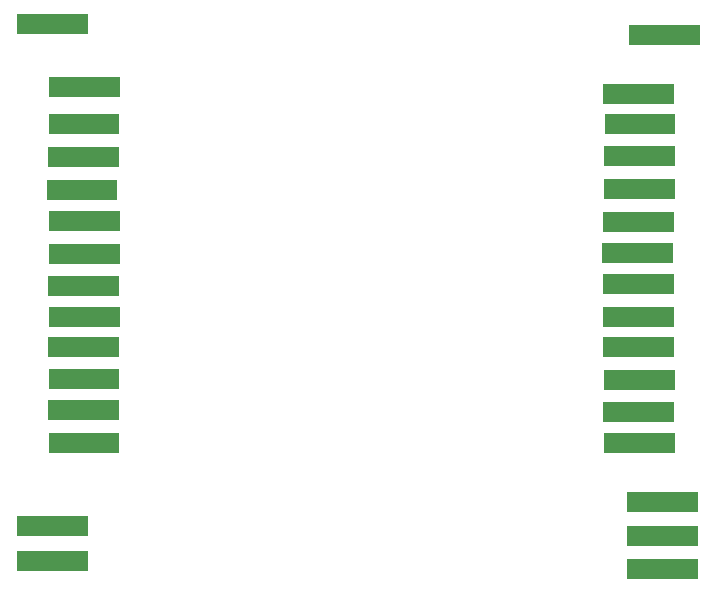
<source format=gbr>
G04 #@! TF.FileFunction,Soldermask,Bot*
%FSLAX46Y46*%
G04 Gerber Fmt 4.6, Leading zero omitted, Abs format (unit mm)*
G04 Created by KiCad (PCBNEW 4.0.6) date 05/07/17 20:58:39*
%MOMM*%
%LPD*%
G01*
G04 APERTURE LIST*
%ADD10C,0.100000*%
%ADD11C,1.500000*%
%ADD12R,1.035000X1.670000*%
G04 APERTURE END LIST*
D10*
D11*
X203057700Y-116728300D03*
D12*
X203438700Y-116728300D03*
X204073700Y-116728300D03*
X202803700Y-116728300D03*
X202168700Y-116728300D03*
X201533700Y-116728300D03*
X204670600Y-116728300D03*
X205267500Y-116728300D03*
X200911400Y-116728300D03*
X200289100Y-116728300D03*
D11*
X205013500Y-124602300D03*
D12*
X205394500Y-124602300D03*
X206029500Y-124602300D03*
X204759500Y-124602300D03*
X204124500Y-124602300D03*
X203489500Y-124602300D03*
X206626400Y-124602300D03*
X207223300Y-124602300D03*
X202867200Y-124602300D03*
X202244900Y-124602300D03*
D11*
X156042300Y-116677500D03*
D12*
X156423300Y-116677500D03*
X157058300Y-116677500D03*
X155788300Y-116677500D03*
X155153300Y-116677500D03*
X154518300Y-116677500D03*
X157655200Y-116677500D03*
X158252100Y-116677500D03*
X153896000Y-116677500D03*
X153273700Y-116677500D03*
D11*
X153375300Y-126685100D03*
D12*
X153756300Y-126685100D03*
X154391300Y-126685100D03*
X153121300Y-126685100D03*
X152486300Y-126685100D03*
X151851300Y-126685100D03*
X154988200Y-126685100D03*
X155585100Y-126685100D03*
X151229000Y-126685100D03*
X150606700Y-126685100D03*
D11*
X202981500Y-103240900D03*
D12*
X203362500Y-103240900D03*
X203997500Y-103240900D03*
X202727500Y-103240900D03*
X202092500Y-103240900D03*
X201457500Y-103240900D03*
X204594400Y-103240900D03*
X205191300Y-103240900D03*
X200835200Y-103240900D03*
X200212900Y-103240900D03*
D11*
X202879900Y-100624700D03*
D12*
X203260900Y-100624700D03*
X203895900Y-100624700D03*
X202625900Y-100624700D03*
X201990900Y-100624700D03*
X201355900Y-100624700D03*
X204492800Y-100624700D03*
X205089700Y-100624700D03*
X200733600Y-100624700D03*
X200111300Y-100624700D03*
D11*
X156067700Y-100700900D03*
D12*
X156448700Y-100700900D03*
X157083700Y-100700900D03*
X155813700Y-100700900D03*
X155178700Y-100700900D03*
X154543700Y-100700900D03*
X157680600Y-100700900D03*
X158277500Y-100700900D03*
X153921400Y-100700900D03*
X153299100Y-100700900D03*
D11*
X202981500Y-97983100D03*
D12*
X203362500Y-97983100D03*
X203997500Y-97983100D03*
X202727500Y-97983100D03*
X202092500Y-97983100D03*
X201457500Y-97983100D03*
X204594400Y-97983100D03*
X205191300Y-97983100D03*
X200835200Y-97983100D03*
X200212900Y-97983100D03*
D11*
X156093100Y-97932300D03*
D12*
X156474100Y-97932300D03*
X157109100Y-97932300D03*
X155839100Y-97932300D03*
X155204100Y-97932300D03*
X154569100Y-97932300D03*
X157706000Y-97932300D03*
X158302900Y-97932300D03*
X153946800Y-97932300D03*
X153324500Y-97932300D03*
D11*
X203006900Y-114112100D03*
D12*
X203387900Y-114112100D03*
X204022900Y-114112100D03*
X202752900Y-114112100D03*
X202117900Y-114112100D03*
X201482900Y-114112100D03*
X204619800Y-114112100D03*
X205216700Y-114112100D03*
X200860600Y-114112100D03*
X200238300Y-114112100D03*
D11*
X203057700Y-92395100D03*
D12*
X203438700Y-92395100D03*
X204073700Y-92395100D03*
X202803700Y-92395100D03*
X202168700Y-92395100D03*
X201533700Y-92395100D03*
X204670600Y-92395100D03*
X205267500Y-92395100D03*
X200911400Y-92395100D03*
X200289100Y-92395100D03*
D11*
X156016900Y-92496700D03*
D12*
X156397900Y-92496700D03*
X157032900Y-92496700D03*
X155762900Y-92496700D03*
X155127900Y-92496700D03*
X154492900Y-92496700D03*
X157629800Y-92496700D03*
X158226700Y-92496700D03*
X153870600Y-92496700D03*
X153248300Y-92496700D03*
D11*
X202981500Y-108600300D03*
D12*
X203362500Y-108600300D03*
X203997500Y-108600300D03*
X202727500Y-108600300D03*
X202092500Y-108600300D03*
X201457500Y-108600300D03*
X204594400Y-108600300D03*
X205191300Y-108600300D03*
X200835200Y-108600300D03*
X200212900Y-108600300D03*
D11*
X155966100Y-108600300D03*
D12*
X156347100Y-108600300D03*
X156982100Y-108600300D03*
X155712100Y-108600300D03*
X155077100Y-108600300D03*
X154442100Y-108600300D03*
X157579000Y-108600300D03*
X158175900Y-108600300D03*
X153819800Y-108600300D03*
X153197500Y-108600300D03*
D11*
X205038900Y-121655900D03*
D12*
X205419900Y-121655900D03*
X206054900Y-121655900D03*
X204784900Y-121655900D03*
X204149900Y-121655900D03*
X203514900Y-121655900D03*
X206651800Y-121655900D03*
X207248700Y-121655900D03*
X202892600Y-121655900D03*
X202270300Y-121655900D03*
D11*
X205165900Y-82133500D03*
D12*
X205546900Y-82133500D03*
X206181900Y-82133500D03*
X204911900Y-82133500D03*
X204276900Y-82133500D03*
X203641900Y-82133500D03*
X206778800Y-82133500D03*
X207375700Y-82133500D03*
X203019600Y-82133500D03*
X202397300Y-82133500D03*
D11*
X153375300Y-123764100D03*
D12*
X153756300Y-123764100D03*
X154391300Y-123764100D03*
X153121300Y-123764100D03*
X152486300Y-123764100D03*
X151851300Y-123764100D03*
X154988200Y-123764100D03*
X155585100Y-123764100D03*
X151229000Y-123764100D03*
X150606700Y-123764100D03*
D11*
X153400700Y-81219100D03*
D12*
X153781700Y-81219100D03*
X154416700Y-81219100D03*
X153146700Y-81219100D03*
X152511700Y-81219100D03*
X151876700Y-81219100D03*
X155013600Y-81219100D03*
X155610500Y-81219100D03*
X151254400Y-81219100D03*
X150632100Y-81219100D03*
D11*
X155966100Y-113883500D03*
D12*
X156347100Y-113883500D03*
X156982100Y-113883500D03*
X155712100Y-113883500D03*
X155077100Y-113883500D03*
X154442100Y-113883500D03*
X157579000Y-113883500D03*
X158175900Y-113883500D03*
X153819800Y-113883500D03*
X153197500Y-113883500D03*
D11*
X156042300Y-111267300D03*
D12*
X156423300Y-111267300D03*
X157058300Y-111267300D03*
X155788300Y-111267300D03*
X155153300Y-111267300D03*
X154518300Y-111267300D03*
X157655200Y-111267300D03*
X158252100Y-111267300D03*
X153896000Y-111267300D03*
X153273700Y-111267300D03*
D11*
X156016900Y-103367900D03*
D12*
X156397900Y-103367900D03*
X157032900Y-103367900D03*
X155762900Y-103367900D03*
X155127900Y-103367900D03*
X154492900Y-103367900D03*
X157629800Y-103367900D03*
X158226700Y-103367900D03*
X153870600Y-103367900D03*
X153248300Y-103367900D03*
D11*
X155864500Y-95239900D03*
D12*
X156245500Y-95239900D03*
X156880500Y-95239900D03*
X155610500Y-95239900D03*
X154975500Y-95239900D03*
X154340500Y-95239900D03*
X157477400Y-95239900D03*
X158074300Y-95239900D03*
X153718200Y-95239900D03*
X153095900Y-95239900D03*
D11*
X156067700Y-86578500D03*
D12*
X156448700Y-86578500D03*
X157083700Y-86578500D03*
X155813700Y-86578500D03*
X155178700Y-86578500D03*
X154543700Y-86578500D03*
X157680600Y-86578500D03*
X158277500Y-86578500D03*
X153921400Y-86578500D03*
X153299100Y-86578500D03*
D11*
X205038900Y-127370900D03*
D12*
X205419900Y-127370900D03*
X206054900Y-127370900D03*
X204784900Y-127370900D03*
X204149900Y-127370900D03*
X203514900Y-127370900D03*
X206651800Y-127370900D03*
X207248700Y-127370900D03*
X202892600Y-127370900D03*
X202270300Y-127370900D03*
D11*
X202981500Y-87111900D03*
D12*
X203362500Y-87111900D03*
X203997500Y-87111900D03*
X202727500Y-87111900D03*
X202092500Y-87111900D03*
X201457500Y-87111900D03*
X204594400Y-87111900D03*
X205191300Y-87111900D03*
X200835200Y-87111900D03*
X200212900Y-87111900D03*
D11*
X203057700Y-95163700D03*
D12*
X203438700Y-95163700D03*
X204073700Y-95163700D03*
X202803700Y-95163700D03*
X202168700Y-95163700D03*
X201533700Y-95163700D03*
X204670600Y-95163700D03*
X205267500Y-95163700D03*
X200911400Y-95163700D03*
X200289100Y-95163700D03*
D11*
X203057700Y-111343500D03*
D12*
X203438700Y-111343500D03*
X204073700Y-111343500D03*
X202803700Y-111343500D03*
X202168700Y-111343500D03*
X201533700Y-111343500D03*
X204670600Y-111343500D03*
X205267500Y-111343500D03*
X200911400Y-111343500D03*
X200289100Y-111343500D03*
D11*
X203108500Y-89728100D03*
D12*
X203489500Y-89728100D03*
X204124500Y-89728100D03*
X202854500Y-89728100D03*
X202219500Y-89728100D03*
X201584500Y-89728100D03*
X204721400Y-89728100D03*
X205318300Y-89728100D03*
X200962200Y-89728100D03*
X200339900Y-89728100D03*
D11*
X156042300Y-89702700D03*
D12*
X156423300Y-89702700D03*
X157058300Y-89702700D03*
X155788300Y-89702700D03*
X155153300Y-89702700D03*
X154518300Y-89702700D03*
X157655200Y-89702700D03*
X158252100Y-89702700D03*
X153896000Y-89702700D03*
X153273700Y-89702700D03*
D11*
X203006900Y-106034900D03*
D12*
X203387900Y-106034900D03*
X204022900Y-106034900D03*
X202752900Y-106034900D03*
X202117900Y-106034900D03*
X201482900Y-106034900D03*
X204619800Y-106034900D03*
X205216700Y-106034900D03*
X200860600Y-106034900D03*
X200238300Y-106034900D03*
D11*
X156067700Y-106060300D03*
D12*
X156448700Y-106060300D03*
X157083700Y-106060300D03*
X155813700Y-106060300D03*
X155178700Y-106060300D03*
X154543700Y-106060300D03*
X157680600Y-106060300D03*
X158277500Y-106060300D03*
X153921400Y-106060300D03*
X153299100Y-106060300D03*
M02*

</source>
